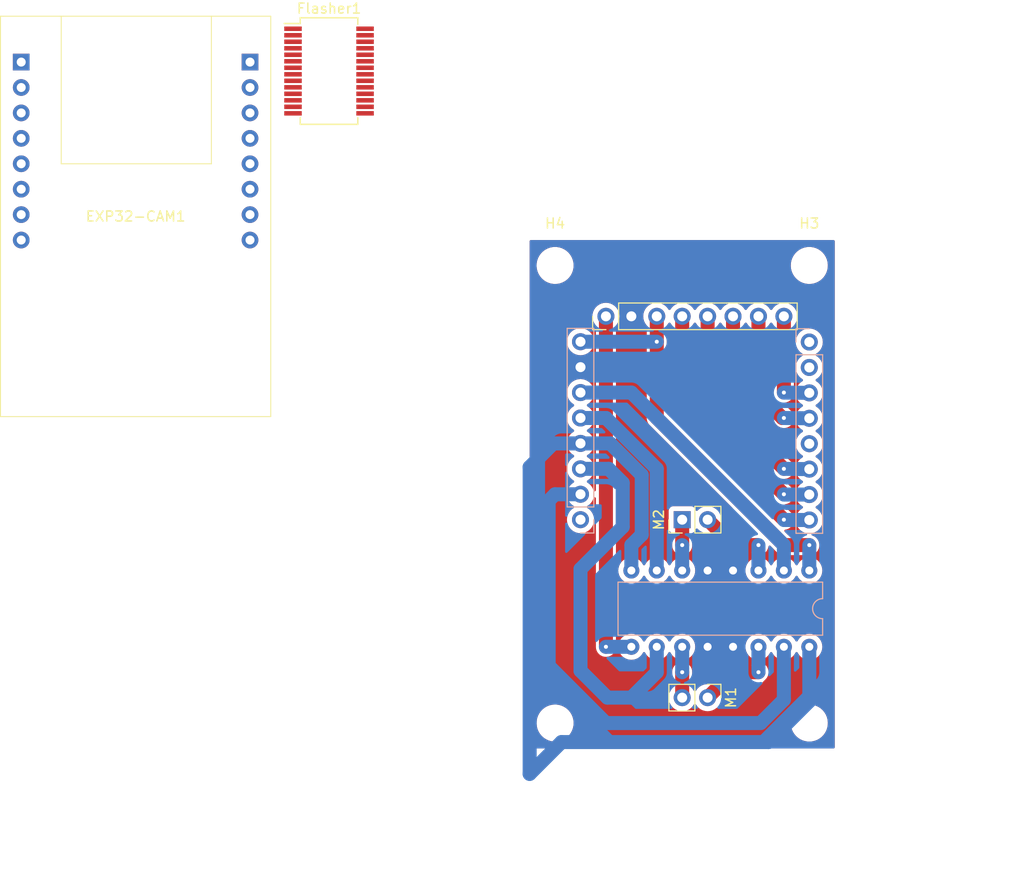
<source format=kicad_pcb>
(kicad_pcb (version 20221018) (generator pcbnew)
  (layers (0 "F.Cu" signal) (31 "B.Cu" signal) (34 "B.Paste" user) (35 "F.Paste" user) (36 "B.SilkS" user "B.Silkscreen") (37 "F.SilkS" user "F.Silkscreen") (38 "B.Mask" user) (39 "F.Mask" user) (44 "Edge.Cuts" user))
  (net 0 "")
  (net 1 "Net-(Conn_ESP1-Pin_6)")
  (net 2 "Net-(Conn_ESP1-Pin_7)")
  (net 3 "Net-(Conn_ESP2-Pin_4)")
  (net 4 "Net-(Conn_ESP2-Pin_3)")
  (net 5 "Net-(Conn_ESP2-Pin_2)")
  (net 6 "Net-(Conn_ESP2-Pin_5)")
  (net 7 "Net-(Conn_ESP2-Pin_6)")
  (net 8 "Net-(Conn_ESP1-Pin_3)")
  (net 9 "Net-(Conn_ESP1-Pin_4)")
  (net 10 "Net-(Conn_ESP1-Pin_8)")
  (net 14 "Net-(Conn_ESP2-Pin_1)")
  (net 15 "Net-(BT-ESP1-+)")
  (net 16 "Net-(BT-M1-+)")
  (net 17 "Net-(L293D1-4Y)")
  (net 18 "Net-(L293D1-3Y)")
  (net 19 "Net-(L293D1-2Y)")
  (net 20 "Net-(L293D1-1Y)")
  (net 21 "GND")
  (footprint "Connector_PinHeader_2.54mm:PinHeader_1x02_P2.54mm_Vertical" (layer "F.Cu") (at 27.94 40.64 90)
    (fp_text reference "M2" (at 0 -2.33 90) (layer "F.SilkS"))
    (fp_text value "Conn_01x02_Pin")
    (fp_line (start -1.33 -1.33) (end 0 -1.33) (stroke (width 0.12)) (layer "F.SilkS"))
    (fp_line (start -1.33 0) (end -1.33 -1.33) (stroke (width 0.12)) (layer "F.SilkS"))
    (fp_line (start -1.33 1.27) (end -1.33 3.87) (stroke (width 0.12)) (layer "F.SilkS"))
    (fp_line (start -1.33 1.27) (end 1.33 1.27) (stroke (width 0.12)) (layer "F.SilkS"))
    (fp_line (start -1.33 3.87) (end 1.33 3.87) (stroke (width 0.12)) (layer "F.SilkS"))
    (fp_line (start 1.33 1.27) (end 1.33 3.87) (stroke (width 0.12)) (layer "F.SilkS"))
    (pad "1" thru_hole rect (at 0 0 90) (size 1.7 1.7) (drill 1) (layers "*.Cu" "*.Mask") (net 18 "Net-(L293D1-3Y)"))
    (pad "2" thru_hole oval (at 0 2.54 90) (size 1.7 1.7) (drill 1) (layers "*.Cu" "*.Mask") (net 17 "Net-(L293D1-4Y)"))
  )
  (footprint "MountingHole:MountingHole_3.2mm_M3" (layer "F.Cu") (at 15.24 71.12)
    (fp_text reference "H1" hide)
    (fp_text value "MountingHole")
    (pad "" np_thru_hole circle (at 0 0) (size 3.2 3.2) (drill 3.2) (layers "*.Cu" "*.Mask"))
  )
  (footprint "ESP32-CAM:ESP32-CAM" (layer "F.Cu") (at -38.1 12.7)
    (fp_text reference "EXP32-CAM1" (at 11.43 -2.36) (layer "F.SilkS"))
    (fp_text value "ESP32-CAM")
    (fp_line (start -2.07 -22.36) (end -2.07 17.64) (stroke (width 0.1)) (layer "F.SilkS"))
    (fp_line (start -2.07 17.64) (end 24.93 17.64) (stroke (width 0.1)) (layer "F.SilkS"))
    (fp_line (start 4 -22.36) (end 4 -7.62) (stroke (width 0.1)) (layer "F.SilkS"))
    (fp_line (start 4 -7.62) (end 19 -7.62) (stroke (width 0.1)) (layer "F.SilkS"))
    (fp_line (start 19 -22.36) (end 19 -7.62) (stroke (width 0.1)) (layer "F.SilkS"))
    (fp_line (start 24.93 -22.36) (end -2.07 -22.36) (stroke (width 0.1)) (layer "F.SilkS"))
    (fp_line (start 24.93 17.64) (end 24.93 -22.36) (stroke (width 0.1)) (layer "F.SilkS"))
    (pad "1" thru_hole circle (at 0 0) (size 1.665 1.665) (drill 0.9) (layers "*.Cu" "*.Mask") (net 14 "Net-(Conn_ESP2-Pin_1)"))
    (pad "2" thru_hole circle (at 0 -2.54) (size 1.665 1.665) (drill 0.9) (layers "*.Cu" "*.Mask") (net 5 "Net-(Conn_ESP2-Pin_2)"))
    (pad "3" thru_hole circle (at 0 -5.08) (size 1.665 1.665) (drill 0.9) (layers "*.Cu" "*.Mask") (net 4 "Net-(Conn_ESP2-Pin_3)"))
    (pad "4" thru_hole circle (at 0 -7.62) (size 1.665 1.665) (drill 0.9) (layers "*.Cu" "*.Mask") (net 3 "Net-(Conn_ESP2-Pin_4)"))
    (pad "5" thru_hole circle (at 0 -10.16) (size 1.665 1.665) (drill 0.9) (layers "*.Cu" "*.Mask") (net 6 "Net-(Conn_ESP2-Pin_5)"))
    (pad "6" thru_hole circle (at 0 -12.7) (size 1.665 1.665) (drill 0.9) (layers "*.Cu" "*.Mask") (net 7 "Net-(Conn_ESP2-Pin_6)"))
    (pad "7" thru_hole circle (at 0 -15.24) (size 1.665 1.665) (drill 0.9) (layers "*.Cu" "*.Mask") (net 21 "GND"))
    (pad "8" thru_hole rect (at 0 -17.78) (size 1.665 1.665) (drill 0.9) (layers "*.Cu" "*.Mask") (net 15 "Net-(BT-ESP1-+)"))
    (pad "9" thru_hole rect (at 22.86 -17.78) (size 1.665 1.665) (drill 0.9) (layers "*.Cu" "*.Mask"))
    (pad "10" thru_hole circle (at 22.86 -15.24) (size 1.665 1.665) (drill 0.9) (layers "*.Cu" "*.Mask"))
    (pad "11" thru_hole circle (at 22.86 -12.7) (size 1.665 1.665) (drill 0.9) (layers "*.Cu" "*.Mask") (net 8 "Net-(Conn_ESP1-Pin_3)"))
    (pad "12" thru_hole circle (at 22.86 -10.16) (size 1.665 1.665) (drill 0.9) (layers "*.Cu" "*.Mask") (net 9 "Net-(Conn_ESP1-Pin_4)"))
    (pad "13" thru_hole circle (at 22.86 -7.62) (size 1.665 1.665) (drill 0.9) (layers "*.Cu" "*.Mask"))
    (pad "14" thru_hole circle (at 22.86 -5.08) (size 1.665 1.665) (drill 0.9) (layers "*.Cu" "*.Mask") (net 1 "Net-(Conn_ESP1-Pin_6)"))
    (pad "15" thru_hole circle (at 22.86 -2.54) (size 1.665 1.665) (drill 0.9) (layers "*.Cu" "*.Mask") (net 2 "Net-(Conn_ESP1-Pin_7)"))
    (pad "16" thru_hole circle (at 22.86 0) (size 1.665 1.665) (drill 0.9) (layers "*.Cu" "*.Mask") (net 10 "Net-(Conn_ESP1-Pin_8)"))
  )
  (footprint "Connector_PinHeader_2.54mm:PinHeader_1x02_P2.54mm_Vertical" (layer "F.Cu") (at 30.48 58.42 -90)
    (fp_text reference "M1" (at 0 -2.33 90) (layer "F.SilkS"))
    (fp_text value "Conn_01x02_Pin")
    (fp_line (start -1.33 -1.33) (end 0 -1.33) (stroke (width 0.12)) (layer "F.SilkS"))
    (fp_line (start -1.33 0) (end -1.33 -1.33) (stroke (width 0.12)) (layer "F.SilkS"))
    (fp_line (start -1.33 1.27) (end -1.33 3.87) (stroke (width 0.12)) (layer "F.SilkS"))
    (fp_line (start -1.33 1.27) (end 1.33 1.27) (stroke (width 0.12)) (layer "F.SilkS"))
    (fp_line (start -1.33 3.87) (end 1.33 3.87) (stroke (width 0.12)) (layer "F.SilkS"))
    (fp_line (start 1.33 1.27) (end 1.33 3.87) (stroke (width 0.12)) (layer "F.SilkS"))
    (pad "1" thru_hole circle (at 0 0 270) (size 1.7 1.7) (drill 1) (layers "*.Cu" "*.Mask") (net 20 "Net-(L293D1-1Y)"))
    (pad "2" thru_hole oval (at 0 2.54 270) (size 1.7 1.7) (drill 1) (layers "*.Cu" "*.Mask") (net 19 "Net-(L293D1-2Y)"))
  )
  (footprint "Connector_PinHeader_2.54mm:PinHeader_1x08_P2.54mm_Vertical" (layer "F.Cu") (at 20.32 20.32 90)
    (fp_text reference "VCC_Flash1" hide)
    (fp_text value "Conn_01x08_Pin")
    (fp_line (start -1.33 -1.33) (end 0 -1.33) (stroke (width 0.12)) (layer "F.SilkS"))
    (fp_line (start -1.33 0) (end -1.33 -1.33) (stroke (width 0.12)) (layer "F.SilkS"))
    (fp_line (start -1.33 1.27) (end -1.33 19.11) (stroke (width 0.12)) (layer "F.SilkS"))
    (fp_line (start -1.33 1.27) (end 1.33 1.27) (stroke (width 0.12)) (layer "F.SilkS"))
    (fp_line (start -1.33 19.11) (end 1.33 19.11) (stroke (width 0.12)) (layer "F.SilkS"))
    (fp_line (start 1.33 1.27) (end 1.33 19.11) (stroke (width 0.12)) (layer "F.SilkS"))
    (pad "1" thru_hole circle (at 0 0 90) (size 1.7 1.7) (drill 1) (layers "*.Cu" "*.Mask") (net 16 "Net-(BT-M1-+)"))
    (pad "2" thru_hole oval (at 0 2.54 90) (size 1.7 1.7) (drill 1) (layers "*.Cu" "*.Mask") (net 21 "GND"))
    (pad "3" thru_hole oval (at 0 5.08 90) (size 1.7 1.7) (drill 1) (layers "*.Cu" "*.Mask") (net 15 "Net-(BT-ESP1-+)"))
    (pad "4" thru_hole oval (at 0 7.62 90) (size 1.7 1.7) (drill 1) (layers "*.Cu" "*.Mask") (net 10 "Net-(Conn_ESP1-Pin_8)"))
    (pad "5" thru_hole oval (at 0 10.16 90) (size 1.7 1.7) (drill 1) (layers "*.Cu" "*.Mask") (net 2 "Net-(Conn_ESP1-Pin_7)"))
    (pad "6" thru_hole oval (at 0 12.7 90) (size 1.7 1.7) (drill 1) (layers "*.Cu" "*.Mask") (net 1 "Net-(Conn_ESP1-Pin_6)"))
    (pad "7" thru_hole oval (at 0 15.24 90) (size 1.7 1.7) (drill 1) (layers "*.Cu" "*.Mask") (net 9 "Net-(Conn_ESP1-Pin_4)"))
    (pad "8" thru_hole oval (at 0 17.78 90) (size 1.7 1.7) (drill 1) (layers "*.Cu" "*.Mask") (net 8 "Net-(Conn_ESP1-Pin_3)"))
  )
  (footprint "Package_SO:SSOP-28_5.3x10.2mm_P0.65mm" (layer "F.Cu") (at -7.345 -4.185)
    (fp_text reference "Flasher1" (at 0 -6.25) (layer "F.SilkS"))
    (fp_text value "FT232RL")
    (fp_line (start -2.875 -5.325) (end -2.875 -4.75) (stroke (width 0.15)) (layer "F.SilkS"))
    (fp_line (start -2.875 -5.325) (end 2.875 -5.325) (stroke (width 0.15)) (layer "F.SilkS"))
    (fp_line (start -2.875 -4.75) (end -4.475 -4.75) (stroke (width 0.15)) (layer "F.SilkS"))
    (fp_line (start -2.875 5.325) (end -2.875 4.675) (stroke (width 0.15)) (layer "F.SilkS"))
    (fp_line (start -2.875 5.325) (end 2.875 5.325) (stroke (width 0.15)) (layer "F.SilkS"))
    (fp_line (start 2.875 -5.325) (end 2.875 -4.675) (stroke (width 0.15)) (layer "F.SilkS"))
    (fp_line (start 2.875 5.325) (end 2.875 4.675) (stroke (width 0.15)) (layer "F.SilkS"))
    (pad "1" smd rect (at -3.6 -4.225) (size 1.75 0.45) (layers "F.Cu" "F.Paste" "F.Mask") (net 1 "Net-(Conn_ESP1-Pin_6)"))
    (pad "2" smd rect (at -3.6 -3.575) (size 1.75 0.45) (layers "F.Cu" "F.Paste" "F.Mask"))
    (pad "3" smd rect (at -3.6 -2.925) (size 1.75 0.45) (layers "F.Cu" "F.Paste" "F.Mask"))
    (pad "4" smd rect (at -3.6 -2.275) (size 1.75 0.45) (layers "F.Cu" "F.Paste" "F.Mask"))
    (pad "5" smd rect (at -3.6 -1.625) (size 1.75 0.45) (layers "F.Cu" "F.Paste" "F.Mask") (net 2 "Net-(Conn_ESP1-Pin_7)"))
    (pad "6" smd rect (at -3.6 -0.975) (size 1.75 0.45) (layers "F.Cu" "F.Paste" "F.Mask"))
    (pad "7" smd rect (at -3.6 -0.325) (size 1.75 0.45) (layers "F.Cu" "F.Paste" "F.Mask"))
    (pad "8" smd rect (at -3.6 0.325) (size 1.75 0.45) (layers "F.Cu" "F.Paste" "F.Mask"))
    (pad "9" smd rect (at -3.6 0.975) (size 1.75 0.45) (layers "F.Cu" "F.Paste" "F.Mask"))
    (pad "10" smd rect (at -3.6 1.625) (size 1.75 0.45) (layers "F.Cu" "F.Paste" "F.Mask"))
    (pad "11" smd rect (at -3.6 2.275) (size 1.75 0.45) (layers "F.Cu" "F.Paste" "F.Mask"))
    (pad "12" smd rect (at -3.6 2.925) (size 1.75 0.45) (layers "F.Cu" "F.Paste" "F.Mask"))
    (pad "13" smd rect (at -3.6 3.575) (size 1.75 0.45) (layers "F.Cu" "F.Paste" "F.Mask"))
    (pad "14" smd rect (at -3.6 4.225) (size 1.75 0.45) (layers "F.Cu" "F.Paste" "F.Mask"))
    (pad "15" smd rect (at 3.6 4.225) (size 1.75 0.45) (layers "F.Cu" "F.Paste" "F.Mask"))
    (pad "16" smd rect (at 3.6 3.575) (size 1.75 0.45) (layers "F.Cu" "F.Paste" "F.Mask"))
    (pad "17" smd rect (at 3.6 2.925) (size 1.75 0.45) (layers "F.Cu" "F.Paste" "F.Mask"))
    (pad "18" smd rect (at 3.6 2.275) (size 1.75 0.45) (layers "F.Cu" "F.Paste" "F.Mask"))
    (pad "19" smd rect (at 3.6 1.625) (size 1.75 0.45) (layers "F.Cu" "F.Paste" "F.Mask"))
    (pad "20" smd rect (at 3.6 0.975) (size 1.75 0.45) (layers "F.Cu" "F.Paste" "F.Mask") (net 15 "Net-(BT-ESP1-+)"))
    (pad "21" smd rect (at 3.6 0.325) (size 1.75 0.45) (layers "F.Cu" "F.Paste" "F.Mask") (net 21 "GND"))
    (pad "22" smd rect (at 3.6 -0.325) (size 1.75 0.45) (layers "F.Cu" "F.Paste" "F.Mask"))
    (pad "23" smd rect (at 3.6 -0.975) (size 1.75 0.45) (layers "F.Cu" "F.Paste" "F.Mask"))
    (pad "24" smd rect (at 3.6 -1.625) (size 1.75 0.45) (layers "F.Cu" "F.Paste" "F.Mask"))
    (pad "25" smd rect (at 3.6 -2.275) (size 1.75 0.45) (layers "F.Cu" "F.Paste" "F.Mask"))
    (pad "26" smd rect (at 3.6 -2.925) (size 1.75 0.45) (layers "F.Cu" "F.Paste" "F.Mask"))
    (pad "27" smd rect (at 3.6 -3.575) (size 1.75 0.45) (layers "F.Cu" "F.Paste" "F.Mask"))
    (pad "28" smd rect (at 3.6 -4.225) (size 1.75 0.45) (layers "F.Cu" "F.Paste" "F.Mask"))
  )
  (footprint "MountingHole:MountingHole_3.2mm_M3" (layer "F.Cu") (at 15.24 15.24)
    (fp_text reference "H4" (at 0 -4.2) (layer "F.SilkS"))
    (fp_text value "MountingHole")
    (pad "" np_thru_hole circle (at 0 0) (size 3.2 3.2) (drill 3.2) (layers "*.Cu" "*.Mask"))
  )
  (footprint "MountingHole:MountingHole_3.2mm_M3" (layer "F.Cu") (at 40.64 71.12)
    (fp_text reference "H2" hide)
    (fp_text value "MountingHole")
    (pad "" np_thru_hole circle (at 0 0) (size 3.2 3.2) (drill 3.2) (layers "*.Cu" "*.Mask"))
  )
  (footprint "MountingHole:MountingHole_3.2mm_M3" (layer "F.Cu") (at 40.64 15.24)
    (fp_text reference "H3" (at 0 -4.2) (layer "F.SilkS"))
    (fp_text value "MountingHole")
    (pad "" np_thru_hole circle (at 0 0) (size 3.2 3.2) (drill 3.2) (layers "*.Cu" "*.Mask"))
  )
  (footprint "Package_DIP:DIP-16_W7.62mm" (layer "B.Cu") (at 40.64 53.34 90)
    (fp_text reference "L293D1" hide)
    (fp_text value "L293D")
    (fp_line (start 1.16 -19.11) (end 6.46 -19.11) (stroke (width 0.12)) (layer "B.SilkS"))
    (fp_line (start 1.16 1.33) (end 1.16 -19.11) (stroke (width 0.12)) (layer "B.SilkS"))
    (fp_line (start 2.81 1.33) (end 1.16 1.33) (stroke (width 0.12)) (layer "B.SilkS"))
    (fp_line (start 6.46 -19.11) (end 6.46 1.33) (stroke (width 0.12)) (layer "B.SilkS"))
    (fp_line (start 6.46 1.33) (end 4.81 1.33) (stroke (width 0.12)) (layer "B.SilkS"))
    (fp_arc (start 2.81 1.33) (mid 3.81 0.33) (end 4.81 1.33) (stroke (width 0.12)) (layer "B.SilkS"))
    (pad "1" thru_hole circle (at 0 0 90) (size 1.6 1.6) (drill 0.8) (layers "*.Cu" "*.Mask") (net 3 "Net-(Conn_ESP2-Pin_4)"))
    (pad "2" thru_hole oval (at 0 -2.54 90) (size 1.6 1.6) (drill 0.8) (layers "*.Cu" "*.Mask") (net 5 "Net-(Conn_ESP2-Pin_2)"))
    (pad "3" thru_hole oval (at 0 -5.08 90) (size 1.6 1.6) (drill 0.8) (layers "*.Cu" "*.Mask") (net 20 "Net-(L293D1-1Y)"))
    (pad "4" thru_hole oval (at 0 -7.62 90) (size 1.6 1.6) (drill 0.8) (layers "*.Cu" "*.Mask") (net 21 "GND"))
    (pad "5" thru_hole oval (at 0 -10.16 90) (size 1.6 1.6) (drill 0.8) (layers "*.Cu" "*.Mask") (net 21 "GND"))
    (pad "6" thru_hole oval (at 0 -12.7 90) (size 1.6 1.6) (drill 0.8) (layers "*.Cu" "*.Mask") (net 19 "Net-(L293D1-2Y)"))
    (pad "7" thru_hole oval (at 0 -15.24 90) (size 1.6 1.6) (drill 0.8) (layers "*.Cu" "*.Mask") (net 14 "Net-(Conn_ESP2-Pin_1)"))
    (pad "8" thru_hole oval (at 0 -17.78 90) (size 1.6 1.6) (drill 0.8) (layers "*.Cu" "*.Mask") (net 16 "Net-(BT-M1-+)"))
    (pad "9" thru_hole oval (at 7.62 -17.78 90) (size 1.6 1.6) (drill 0.8) (layers "*.Cu" "*.Mask") (net 3 "Net-(Conn_ESP2-Pin_4)"))
    (pad "10" thru_hole oval (at 7.62 -15.24 90) (size 1.6 1.6) (drill 0.8) (layers "*.Cu" "*.Mask") (net 6 "Net-(Conn_ESP2-Pin_5)"))
    (pad "11" thru_hole oval (at 7.62 -12.7 90) (size 1.6 1.6) (drill 0.8) (layers "*.Cu" "*.Mask") (net 18 "Net-(L293D1-3Y)"))
    (pad "12" thru_hole oval (at 7.62 -10.16 90) (size 1.6 1.6) (drill 0.8) (layers "*.Cu" "*.Mask") (net 21 "GND"))
    (pad "13" thru_hole oval (at 7.62 -7.62 90) (size 1.6 1.6) (drill 0.8) (layers "*.Cu" "*.Mask") (net 21 "GND"))
    (pad "14" thru_hole oval (at 7.62 -5.08 90) (size 1.6 1.6) (drill 0.8) (layers "*.Cu" "*.Mask") (net 17 "Net-(L293D1-4Y)"))
    (pad "15" thru_hole oval (at 7.62 -2.54 90) (size 1.6 1.6) (drill 0.8) (layers "*.Cu" "*.Mask") (net 7 "Net-(Conn_ESP2-Pin_6)"))
    (pad "16" thru_hole oval (at 7.62 0 90) (size 1.6 1.6) (drill 0.8) (layers "*.Cu" "*.Mask") (net 15 "Net-(BT-ESP1-+)"))
  )
  (footprint "Connector_PinSocket_2.54mm:PinSocket_1x08_P2.54mm_Vertical" (layer "B.Cu") (at 17.78 40.64)
    (fp_text reference "Conn_ESP2" hide)
    (fp_text value "Conn_01x08_Socket")
    (fp_line (start -1.33 -19.11) (end 1.33 -19.11) (stroke (width 0.12)) (layer "B.SilkS"))
    (fp_line (start -1.33 -1.27) (end -1.33 -19.11) (stroke (width 0.12)) (layer "B.SilkS"))
    (fp_line (start -1.33 -1.27) (end 1.33 -1.27) (stroke (width 0.12)) (layer "B.SilkS"))
    (fp_line (start 0 1.33) (end 1.33 1.33) (stroke (width 0.12)) (layer "B.SilkS"))
    (fp_line (start 1.33 -1.27) (end 1.33 -19.11) (stroke (width 0.12)) (layer "B.SilkS"))
    (fp_line (start 1.33 1.33) (end 1.33 0) (stroke (width 0.12)) (layer "B.SilkS"))
    (pad "1" thru_hole circle (at 0 0) (size 1.7 1.7) (drill 1) (layers "*.Cu" "*.Mask") (net 14 "Net-(Conn_ESP2-Pin_1)"))
    (pad "2" thru_hole oval (at 0 -2.54) (size 1.7 1.7) (drill 1) (layers "*.Cu" "*.Mask") (net 5 "Net-(Conn_ESP2-Pin_2)"))
    (pad "3" thru_hole oval (at 0 -5.08) (size 1.7 1.7) (drill 1) (layers "*.Cu" "*.Mask") (net 4 "Net-(Conn_ESP2-Pin_3)"))
    (pad "4" thru_hole oval (at 0 -7.62) (size 1.7 1.7) (drill 1) (layers "*.Cu" "*.Mask") (net 3 "Net-(Conn_ESP2-Pin_4)"))
    (pad "5" thru_hole oval (at 0 -10.16) (size 1.7 1.7) (drill 1) (layers "*.Cu" "*.Mask") (net 6 "Net-(Conn_ESP2-Pin_5)"))
    (pad "6" thru_hole oval (at 0 -12.7) (size 1.7 1.7) (drill 1) (layers "*.Cu" "*.Mask") (net 7 "Net-(Conn_ESP2-Pin_6)"))
    (pad "7" thru_hole oval (at 0 -15.24) (size 1.7 1.7) (drill 1) (layers "*.Cu" "*.Mask") (net 21 "GND"))
    (pad "8" thru_hole oval (at 0 -17.78) (size 1.7 1.7) (drill 1) (layers "*.Cu" "*.Mask") (net 15 "Net-(BT-ESP1-+)"))
  )
  (footprint "Connector_PinSocket_2.54mm:PinSocket_1x08_P2.54mm_Vertical" (layer "B.Cu") (at 40.64 22.89 180)
    (fp_text reference "Conn_ESP1" hide)
    (fp_text value "Conn_01x08_Socket")
    (fp_line (start -1.33 -19.11) (end 1.33 -19.11) (stroke (width 0.12)) (layer "B.SilkS"))
    (fp_line (start -1.33 -1.27) (end -1.33 -19.11) (stroke (width 0.12)) (layer "B.SilkS"))
    (fp_line (start -1.33 -1.27) (end 1.33 -1.27) (stroke (width 0.12)) (layer "B.SilkS"))
    (fp_line (start 0 1.33) (end 1.33 1.33) (stroke (width 0.12)) (layer "B.SilkS"))
    (fp_line (start 1.33 -1.27) (end 1.33 -19.11) (stroke (width 0.12)) (layer "B.SilkS"))
    (fp_line (start 1.33 1.33) (end 1.33 0) (stroke (width 0.12)) (layer "B.SilkS"))
    (pad "1" thru_hole circle (at 0 0 180) (size 1.7 1.7) (drill 1) (layers "*.Cu" "*.Mask"))
    (pad "2" thru_hole oval (at 0 -2.54 180) (size 1.7 1.7) (drill 1) (layers "*.Cu" "*.Mask"))
    (pad "3" thru_hole oval (at 0 -5.08 180) (size 1.7 1.7) (drill 1) (layers "*.Cu" "*.Mask") (net 8 "Net-(Conn_ESP1-Pin_3)"))
    (pad "4" thru_hole oval (at 0 -7.62 180) (size 1.7 1.7) (drill 1) (layers "*.Cu" "*.Mask") (net 9 "Net-(Conn_ESP1-Pin_4)"))
    (pad "5" thru_hole oval (at 0 -10.16 180) (size 1.7 1.7) (drill 1) (layers "*.Cu" "*.Mask"))
    (pad "6" thru_hole oval (at 0 -12.7 180) (size 1.7 1.7) (drill 1) (layers "*.Cu" "*.Mask") (net 1 "Net-(Conn_ESP1-Pin_6)"))
    (pad "7" thru_hole oval (at 0 -15.24 180) (size 1.7 1.7) (drill 1) (layers "*.Cu" "*.Mask") (net 2 "Net-(Conn_ESP1-Pin_7)"))
    (pad "8" thru_hole oval (at 0 -17.78 180) (size 1.7 1.7) (drill 1) (layers "*.Cu" "*.Mask") (net 10 "Net-(Conn_ESP1-Pin_8)"))
  )
  (segment (start 33.02 30.48) (end 33.02 20.32) (width 1.4) (layer "F.Cu") (net 1))
  (segment (start 38.1 35.56) (end 33.02 30.48) (width 1.4) (layer "F.Cu") (net 1))
  (via (at 38.1 35.56) (size 0.8) (drill 0.4) (layers "F.Cu" "B.Cu") (net 1))
  (segment (start 40.64 35.59) (end 38.1 35.56) (width 1.4) (layer "B.Cu") (net 1))
  (segment (start 30.48 30.48) (end 30.48 20.32) (width 1.4) (layer "F.Cu") (net 2))
  (segment (start 38.1 38.1) (end 30.48 30.48) (width 1.4) (layer "F.Cu") (net 2))
  (via (at 38.1 38.1) (size 0.8) (drill 0.4) (layers "F.Cu" "B.Cu") (net 2))
  (segment (start 40.64 38.13) (end 38.13 38.13) (width 1.4) (layer "B.Cu") (net 2))
  (segment (start 38.13 38.13) (end 38.1 38.1) (width 1.4) (layer "B.Cu") (net 2))
  (segment (start 23.9 42.14) (end 23.9 36.18132) (width 1.4) (layer "B.Cu") (net 3))
  (segment (start 22.86 43.18) (end 23.9 42.14) (width 1.4) (layer "B.Cu") (net 3))
  (segment (start 15.88 62.86) (end 36.556346 62.86) (width 1.4) (layer "B.Cu") (net 3))
  (segment (start 12.7 35.381255) (end 12.7 66.04) (width 1.4) (layer "B.Cu") (net 3))
  (segment (start 22.86 45.72) (end 22.86 43.18) (width 1.4) (layer "B.Cu") (net 3))
  (segment (start 23.9 36.18132) (end 20.73868 33.02) (width 1.4) (layer "B.Cu") (net 3))
  (segment (start 17.78 33.02) (end 15.061255 33.02) (width 1.4) (layer "B.Cu") (net 3))
  (segment (start 36.556346 62.86) (end 40.64 58.776346) (width 1.4) (layer "B.Cu") (net 3))
  (segment (start 12.7 66.04) (end 15.88 62.86) (width 1.4) (layer "B.Cu") (net 3))
  (segment (start 20.73868 33.02) (end 17.78 33.02) (width 1.4) (layer "B.Cu") (net 3))
  (segment (start 15.061255 33.02) (end 12.7 35.381255) (width 1.4) (layer "B.Cu") (net 3))
  (segment (start 40.64 58.776346) (end 40.64 53.34) (width 1.4) (layer "B.Cu") (net 3))
  (segment (start 20.467006 58.42) (end 17.78 55.732994) (width 1.4) (layer "B.Cu") (net 4))
  (segment (start 22 41.352994) (end 22 36.968326) (width 1.4) (layer "B.Cu") (net 4))
  (segment (start 20.591674 35.56) (end 17.78 35.56) (width 1.4) (layer "B.Cu") (net 4))
  (segment (start 17.78 55.732994) (end 17.78 45.572994) (width 1.4) (layer "B.Cu") (net 4))
  (segment (start 17.78 45.572994) (end 22 41.352994) (width 1.4) (layer "B.Cu") (net 4))
  (segment (start 22.86 58.42) (end 20.467006 58.42) (width 1.4) (layer "B.Cu") (net 4))
  (segment (start 22 36.968326) (end 20.591674 35.56) (width 1.4) (layer "B.Cu") (net 4))
  (segment (start 25.4 53.34) (end 25.4 55.88) (width 1.4) (layer "B.Cu") (net 4))
  (segment (start 25.4 55.88) (end 22.86 58.42) (width 1.4) (layer "B.Cu") (net 4))
  (segment (start 14.6 38.74) (end 14.6 55.24) (width 1.4) (layer "B.Cu") (net 5))
  (segment (start 38.1 58.62934) (end 38.1 53.34) (width 1.4) (layer "B.Cu") (net 5))
  (segment (start 14.6 55.24) (end 20.32 60.96) (width 1.4) (layer "B.Cu") (net 5))
  (segment (start 35.76934 60.96) (end 38.1 58.62934) (width 1.4) (layer "B.Cu") (net 5))
  (segment (start 20.32 60.96) (end 35.76934 60.96) (width 1.4) (layer "B.Cu") (net 5))
  (segment (start 15.24 38.1) (end 14.6 38.74) (width 1.4) (layer "B.Cu") (net 5))
  (segment (start 17.78 38.1) (end 15.24 38.1) (width 1.4) (layer "B.Cu") (net 5))
  (segment (start 25.4 45.72) (end 25.4 35.56) (width 1.4) (layer "B.Cu") (net 6))
  (segment (start 25.4 35.56) (end 20.32 30.48) (width 1.4) (layer "B.Cu") (net 6))
  (segment (start 20.32 30.48) (end 17.78 30.48) (width 1.4) (layer "B.Cu") (net 6))
  (segment (start 22.86 27.94) (end 38.1 43.18) (width 1.4) (layer "B.Cu") (net 7))
  (segment (start 17.78 27.94) (end 22.86 27.94) (width 1.4) (layer "B.Cu") (net 7))
  (segment (start 38.1 43.18) (end 38.1 45.72) (width 1.4) (layer "B.Cu") (net 7))
  (segment (start 38.1 20.32) (end 38.1 27.94) (width 1.4) (layer "F.Cu") (net 8))
  (via (at 38.1 27.94) (size 0.8) (drill 0.4) (layers "F.Cu" "B.Cu") (net 8))
  (segment (start 40.64 27.97) (end 38.1 27.94) (width 1.4) (layer "B.Cu") (net 8))
  (segment (start 35.56 28.087006) (end 35.56 20.32) (width 1.4) (layer "F.Cu") (net 9))
  (segment (start 38.1 30.48) (end 37.952994 30.48) (width 1.4) (layer "F.Cu") (net 9))
  (segment (start 37.952994 30.48) (end 35.56 28.087006) (width 1.4) (layer "F.Cu") (net 9))
  (via (at 38.1 30.48) (size 0.8) (drill 0.4) (layers "F.Cu" "B.Cu") (net 9))
  (segment (start 40.64 30.51) (end 38.1 30.48) (width 1.4) (layer "B.Cu") (net 9))
  (segment (start 27.94 30.48) (end 27.94 20.32) (width 1.4) (layer "F.Cu") (net 10))
  (segment (start 38.1 40.64) (end 27.94 30.48) (width 1.4) (layer "F.Cu") (net 10))
  (via (at 38.1 40.64) (size 0.8) (drill 0.4) (layers "F.Cu" "B.Cu") (net 10))
  (segment (start 40.64 40.67) (end 38.13 40.67) (width 1.4) (layer "B.Cu") (net 10))
  (segment (start 38.13 40.67) (end 38.1 40.64) (width 1.4) (layer "B.Cu") (net 10))
  (segment (start 25.4 22.86) (end 25.4 30.48) (width 1.4) (layer "F.Cu") (net 15))
  (segment (start 38.1 43.18) (end 40.64 43.18) (width 1.4) (layer "F.Cu") (net 15))
  (segment (start 25.4 30.48) (end 38.1 43.18) (width 1.4) (layer "F.Cu") (net 15))
  (segment (start 25.4 22.86) (end 25.4 20.32) (width 1.4) (layer "F.Cu") (net 15))
  (via (at 40.64 43.18) (size 0.8) (drill 0.4) (layers "F.Cu" "B.Cu") (net 15))
  (via (at 25.4 22.86) (size 0.8) (drill 0.4) (layers "F.Cu" "B.Cu") (net 15))
  (segment (start 17.78 22.86) (end 25.4 22.86) (width 1.4) (layer "B.Cu") (net 15))
  (segment (start 40.64 45.72) (end 40.64 43.18) (width 1.4) (layer "B.Cu") (net 15))
  (segment (start 20.32 53.34) (end 20.32 20.32) (width 1.4) (layer "F.Cu") (net 16))
  (via (at 20.32 53.34) (size 0.8) (drill 0.4) (layers "F.Cu" "B.Cu") (net 16))
  (segment (start 22.86 53.34) (end 20.32 53.34) (width 1.4) (layer "B.Cu") (net 16))
  (segment (start 33.02 43.18) (end 35.412994 43.18) (width 1.4) (layer "F.Cu") (net 17))
  (segment (start 30.48 40.64) (end 33.02 43.18) (width 1.4) (layer "F.Cu") (net 17))
  (segment (start 35.412994 43.18) (end 35.486497 43.253503) (width 1.4) (layer "F.Cu") (net 17))
  (via (at 35.56 43.18) (size 0.8) (drill 0.4) (layers "F.Cu" "B.Cu") (net 17))
  (segment (start 35.56 45.72) (end 35.56 43.18) (width 1.4) (layer "B.Cu") (net 17))
  (segment (start 27.94 43.18) (end 27.94 40.64) (width 1.4) (layer "F.Cu") (net 18))
  (via (at 27.94 43.18) (size 0.8) (drill 0.4) (layers "F.Cu" "B.Cu") (net 18))
  (segment (start 27.94 45.72) (end 27.94 43.18) (width 1.4) (layer "B.Cu") (net 18))
  (segment (start 27.94 58.42) (end 27.94 55.88) (width 1.4) (layer "F.Cu") (net 19))
  (via (at 27.94 55.88) (size 0.8) (drill 0.4) (layers "F.Cu" "B.Cu") (net 19))
  (segment (start 27.94 53.34) (end 27.94 55.88) (width 1.4) (layer "B.Cu") (net 19))
  (segment (start 30.48 58.42) (end 33.02 55.88) (width 1.4) (layer "F.Cu") (net 20))
  (segment (start 33.02 55.88) (end 35.56 55.88) (width 1.4) (layer "F.Cu") (net 20))
  (via (at 35.56 55.88) (size 0.8) (drill 0.4) (layers "F.Cu" "B.Cu") (net 20))
  (segment (start 35.56 53.34) (end 35.56 55.88) (width 1.4) (layer "B.Cu") (net 20))
  (zone (net 21) (net_name "GND") (layer "F.Cu") (connect_pads yes (clearance 0.5)) (min_thickness 0.25) (fill yes (thermal_gap 0.5) (thermal_bridge_width 0.5) (island_removal_mode 1) (island_area_min 10))
    (polygon (pts (xy 12.7 63.5) (xy 12.7 12.7) (xy 43.18 12.7) (xy 43.18 63.5)))
  )
  (zone (net 21) (net_name "GND") (layer "B.Cu") (priority 1) (connect_pads yes (clearance 0.5)) (min_thickness 0.25) (fill yes (thermal_gap 0.5) (thermal_bridge_width 0.5) (island_removal_mode 1) (island_area_min 10))
    (polygon (pts (xy 12.7 12.7) (xy 43.18 12.7) (xy 43.18 63.5) (xy 12.7 63.5)))
  )
)
</source>
